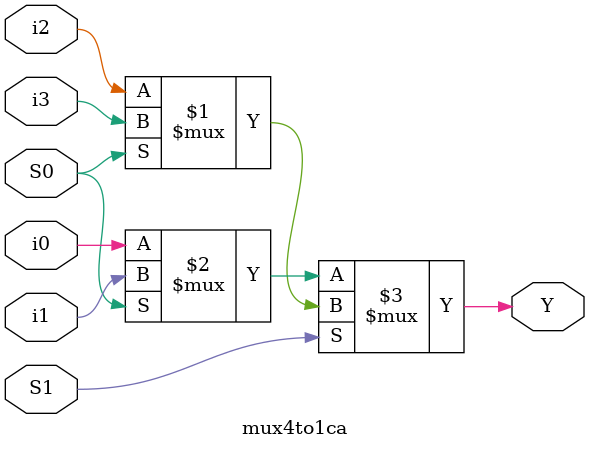
<source format=v>
`timescale 1ns / 1ps

module mux4to1ca (
    input wire i0, i1, i2, i3,
    input wire S0, S1,
    output wire Y
);
    assign Y = S1 ? (S0 ? i3 : i2) : (S0 ? i1 : i0);
endmodule


</source>
